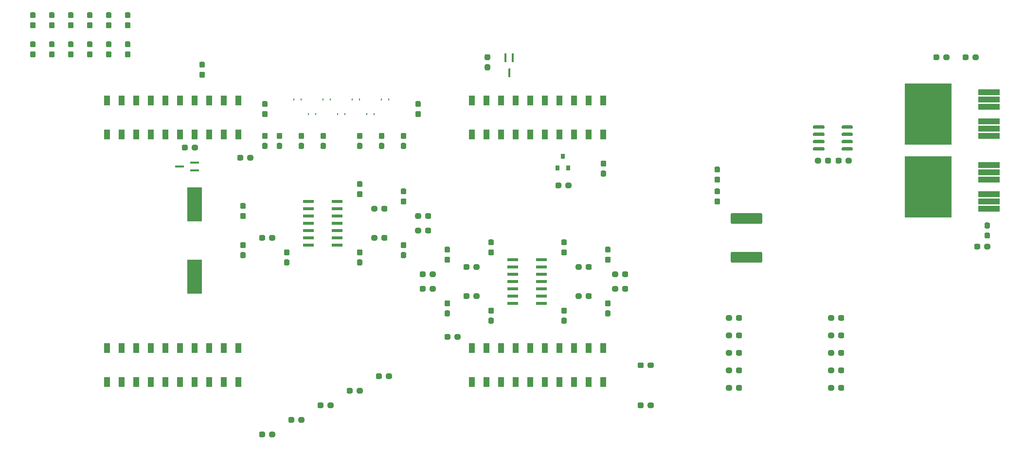
<source format=gbr>
%TF.GenerationSoftware,KiCad,Pcbnew,(5.1.6)-1*%
%TF.CreationDate,2020-11-25T13:54:42-06:00*%
%TF.ProjectId,BMS_2021_Rev1,424d535f-3230-4323-915f-526576312e6b,rev?*%
%TF.SameCoordinates,Original*%
%TF.FileFunction,Paste,Top*%
%TF.FilePolarity,Positive*%
%FSLAX46Y46*%
G04 Gerber Fmt 4.6, Leading zero omitted, Abs format (unit mm)*
G04 Created by KiCad (PCBNEW (5.1.6)-1) date 2020-11-25 13:54:42*
%MOMM*%
%LPD*%
G01*
G04 APERTURE LIST*
%ADD10R,0.990600X1.778000*%
%ADD11R,0.254000X0.406400*%
%ADD12R,8.200000X10.700000*%
%ADD13R,3.800000X1.050000*%
%ADD14R,0.800000X0.900000*%
%ADD15R,0.450000X1.500000*%
%ADD16R,1.981200X0.558800*%
%ADD17R,1.500000X0.450000*%
%ADD18R,2.500000X6.000000*%
G04 APERTURE END LIST*
D10*
%TO.C,U1*%
X85598000Y-42113200D03*
X83058000Y-42113200D03*
X80518000Y-42113200D03*
X77978000Y-42113200D03*
X75438000Y-42113200D03*
X72898000Y-42113200D03*
X70358000Y-42113200D03*
X67818000Y-42113200D03*
X65278000Y-42113200D03*
X62738000Y-42113200D03*
X85598000Y-48006000D03*
X83058000Y-48006000D03*
X80518000Y-48006000D03*
X77978000Y-48006000D03*
X75438000Y-48006000D03*
X72898000Y-48006000D03*
X70358000Y-48006000D03*
X67818000Y-48006000D03*
X65278000Y-48006000D03*
X62738000Y-48006000D03*
X85598000Y-91186000D03*
X83058000Y-91186000D03*
X80518000Y-91186000D03*
X77978000Y-91186000D03*
X75438000Y-91186000D03*
X72898000Y-91186000D03*
X70358000Y-91186000D03*
X67818000Y-91186000D03*
X65278000Y-91186000D03*
X62738000Y-91186000D03*
X85598000Y-85293200D03*
X83058000Y-85293200D03*
X80518000Y-85293200D03*
X77978000Y-85293200D03*
X75438000Y-85293200D03*
X72898000Y-85293200D03*
X70358000Y-85293200D03*
X67818000Y-85293200D03*
X65278000Y-85293200D03*
X62738000Y-85293200D03*
X131318000Y-42113200D03*
X128778000Y-42113200D03*
X126238000Y-42113200D03*
X149098000Y-48006000D03*
X146558000Y-48006000D03*
X144018000Y-48006000D03*
X141478000Y-48006000D03*
X138938000Y-48006000D03*
X136398000Y-48006000D03*
X133858000Y-48006000D03*
X131318000Y-48006000D03*
X128778000Y-48006000D03*
X126238000Y-48006000D03*
X149098000Y-91186000D03*
X144018000Y-91186000D03*
X138938000Y-91186000D03*
X136398000Y-91186000D03*
X133858000Y-91186000D03*
X131318000Y-91186000D03*
X128778000Y-91186000D03*
X149098000Y-85293200D03*
X144018000Y-85293200D03*
X133858000Y-85293200D03*
X131318000Y-85293200D03*
X128778000Y-85293200D03*
X126238000Y-85293200D03*
X138938000Y-85293200D03*
X141478000Y-85293200D03*
X146558000Y-91186000D03*
X133858000Y-42113200D03*
X136398000Y-42113200D03*
X146558000Y-85293200D03*
X141478000Y-91186000D03*
X144018000Y-42113200D03*
X141478000Y-42113200D03*
X136398000Y-85293200D03*
X138938000Y-42113200D03*
X146558000Y-42113200D03*
X149098000Y-42113200D03*
X126238000Y-91186000D03*
%TD*%
D11*
%TO.C,D4*%
X96443800Y-41910000D03*
X95250000Y-41910000D03*
%TD*%
%TO.C,R20*%
G36*
G01*
X144255000Y-71357500D02*
X144255000Y-70882500D01*
G75*
G02*
X144492500Y-70645000I237500J0D01*
G01*
X145067500Y-70645000D01*
G75*
G02*
X145305000Y-70882500I0J-237500D01*
G01*
X145305000Y-71357500D01*
G75*
G02*
X145067500Y-71595000I-237500J0D01*
G01*
X144492500Y-71595000D01*
G75*
G02*
X144255000Y-71357500I0J237500D01*
G01*
G37*
G36*
G01*
X146005000Y-71357500D02*
X146005000Y-70882500D01*
G75*
G02*
X146242500Y-70645000I237500J0D01*
G01*
X146817500Y-70645000D01*
G75*
G02*
X147055000Y-70882500I0J-237500D01*
G01*
X147055000Y-71357500D01*
G75*
G02*
X146817500Y-71595000I-237500J0D01*
G01*
X146242500Y-71595000D01*
G75*
G02*
X146005000Y-71357500I0J237500D01*
G01*
G37*
%TD*%
%TO.C,D11*%
X110490000Y-41910000D03*
X111683800Y-41910000D03*
%TD*%
%TO.C,D12*%
X109143800Y-44450000D03*
X107950000Y-44450000D03*
%TD*%
D12*
%TO.C,Q3*%
X205604000Y-44450000D03*
D13*
X216204000Y-40640000D03*
X216204000Y-41910000D03*
X216204000Y-43180000D03*
X216204000Y-45720000D03*
X216204000Y-46990000D03*
X216204000Y-48260000D03*
%TD*%
D12*
%TO.C,Q2*%
X205604000Y-57150000D03*
D13*
X216204000Y-53340000D03*
X216204000Y-54610000D03*
X216204000Y-55880000D03*
X216204000Y-58420000D03*
X216204000Y-59690000D03*
X216204000Y-60960000D03*
%TD*%
D14*
%TO.C,Q4*%
X142052000Y-51848000D03*
X143002000Y-53848000D03*
X141102000Y-53848000D03*
%TD*%
D15*
%TO.C,Q1*%
X132700000Y-37267500D03*
X132050000Y-34607500D03*
X133350000Y-34607500D03*
%TD*%
%TO.C,U7*%
G36*
G01*
X190541000Y-46886000D02*
X190541000Y-46586000D01*
G75*
G02*
X190691000Y-46436000I150000J0D01*
G01*
X192341000Y-46436000D01*
G75*
G02*
X192491000Y-46586000I0J-150000D01*
G01*
X192491000Y-46886000D01*
G75*
G02*
X192341000Y-47036000I-150000J0D01*
G01*
X190691000Y-47036000D01*
G75*
G02*
X190541000Y-46886000I0J150000D01*
G01*
G37*
G36*
G01*
X190541000Y-48156000D02*
X190541000Y-47856000D01*
G75*
G02*
X190691000Y-47706000I150000J0D01*
G01*
X192341000Y-47706000D01*
G75*
G02*
X192491000Y-47856000I0J-150000D01*
G01*
X192491000Y-48156000D01*
G75*
G02*
X192341000Y-48306000I-150000J0D01*
G01*
X190691000Y-48306000D01*
G75*
G02*
X190541000Y-48156000I0J150000D01*
G01*
G37*
G36*
G01*
X190541000Y-49426000D02*
X190541000Y-49126000D01*
G75*
G02*
X190691000Y-48976000I150000J0D01*
G01*
X192341000Y-48976000D01*
G75*
G02*
X192491000Y-49126000I0J-150000D01*
G01*
X192491000Y-49426000D01*
G75*
G02*
X192341000Y-49576000I-150000J0D01*
G01*
X190691000Y-49576000D01*
G75*
G02*
X190541000Y-49426000I0J150000D01*
G01*
G37*
G36*
G01*
X190541000Y-50696000D02*
X190541000Y-50396000D01*
G75*
G02*
X190691000Y-50246000I150000J0D01*
G01*
X192341000Y-50246000D01*
G75*
G02*
X192491000Y-50396000I0J-150000D01*
G01*
X192491000Y-50696000D01*
G75*
G02*
X192341000Y-50846000I-150000J0D01*
G01*
X190691000Y-50846000D01*
G75*
G02*
X190541000Y-50696000I0J150000D01*
G01*
G37*
G36*
G01*
X185591000Y-50696000D02*
X185591000Y-50396000D01*
G75*
G02*
X185741000Y-50246000I150000J0D01*
G01*
X187391000Y-50246000D01*
G75*
G02*
X187541000Y-50396000I0J-150000D01*
G01*
X187541000Y-50696000D01*
G75*
G02*
X187391000Y-50846000I-150000J0D01*
G01*
X185741000Y-50846000D01*
G75*
G02*
X185591000Y-50696000I0J150000D01*
G01*
G37*
G36*
G01*
X185591000Y-49426000D02*
X185591000Y-49126000D01*
G75*
G02*
X185741000Y-48976000I150000J0D01*
G01*
X187391000Y-48976000D01*
G75*
G02*
X187541000Y-49126000I0J-150000D01*
G01*
X187541000Y-49426000D01*
G75*
G02*
X187391000Y-49576000I-150000J0D01*
G01*
X185741000Y-49576000D01*
G75*
G02*
X185591000Y-49426000I0J150000D01*
G01*
G37*
G36*
G01*
X185591000Y-48156000D02*
X185591000Y-47856000D01*
G75*
G02*
X185741000Y-47706000I150000J0D01*
G01*
X187391000Y-47706000D01*
G75*
G02*
X187541000Y-47856000I0J-150000D01*
G01*
X187541000Y-48156000D01*
G75*
G02*
X187391000Y-48306000I-150000J0D01*
G01*
X185741000Y-48306000D01*
G75*
G02*
X185591000Y-48156000I0J150000D01*
G01*
G37*
G36*
G01*
X185591000Y-46886000D02*
X185591000Y-46586000D01*
G75*
G02*
X185741000Y-46436000I150000J0D01*
G01*
X187391000Y-46436000D01*
G75*
G02*
X187541000Y-46586000I0J-150000D01*
G01*
X187541000Y-46886000D01*
G75*
G02*
X187391000Y-47036000I-150000J0D01*
G01*
X185741000Y-47036000D01*
G75*
G02*
X185591000Y-46886000I0J150000D01*
G01*
G37*
%TD*%
D16*
%TO.C,U4*%
X138277600Y-69850000D03*
X138277600Y-71120000D03*
X138277600Y-72390000D03*
X138277600Y-73660000D03*
X138277600Y-74930000D03*
X138277600Y-76200000D03*
X138277600Y-77470000D03*
X133350000Y-77470000D03*
X133350000Y-76200000D03*
X133350000Y-74930000D03*
X133350000Y-73660000D03*
X133350000Y-72390000D03*
X133350000Y-71120000D03*
X133350000Y-69850000D03*
%TD*%
%TO.C,U3*%
X97790000Y-59690000D03*
X97790000Y-60960000D03*
X97790000Y-62230000D03*
X97790000Y-63500000D03*
X97790000Y-64770000D03*
X97790000Y-66040000D03*
X97790000Y-67310000D03*
X102717600Y-67310000D03*
X102717600Y-66040000D03*
X102717600Y-64770000D03*
X102717600Y-63500000D03*
X102717600Y-62230000D03*
X102717600Y-60960000D03*
X102717600Y-59690000D03*
%TD*%
%TO.C,R53*%
G36*
G01*
X66531500Y-27731000D02*
X66056500Y-27731000D01*
G75*
G02*
X65819000Y-27493500I0J237500D01*
G01*
X65819000Y-26918500D01*
G75*
G02*
X66056500Y-26681000I237500J0D01*
G01*
X66531500Y-26681000D01*
G75*
G02*
X66769000Y-26918500I0J-237500D01*
G01*
X66769000Y-27493500D01*
G75*
G02*
X66531500Y-27731000I-237500J0D01*
G01*
G37*
G36*
G01*
X66531500Y-29481000D02*
X66056500Y-29481000D01*
G75*
G02*
X65819000Y-29243500I0J237500D01*
G01*
X65819000Y-28668500D01*
G75*
G02*
X66056500Y-28431000I237500J0D01*
G01*
X66531500Y-28431000D01*
G75*
G02*
X66769000Y-28668500I0J-237500D01*
G01*
X66769000Y-29243500D01*
G75*
G02*
X66531500Y-29481000I-237500J0D01*
G01*
G37*
%TD*%
%TO.C,R52*%
G36*
G01*
X63229500Y-27731000D02*
X62754500Y-27731000D01*
G75*
G02*
X62517000Y-27493500I0J237500D01*
G01*
X62517000Y-26918500D01*
G75*
G02*
X62754500Y-26681000I237500J0D01*
G01*
X63229500Y-26681000D01*
G75*
G02*
X63467000Y-26918500I0J-237500D01*
G01*
X63467000Y-27493500D01*
G75*
G02*
X63229500Y-27731000I-237500J0D01*
G01*
G37*
G36*
G01*
X63229500Y-29481000D02*
X62754500Y-29481000D01*
G75*
G02*
X62517000Y-29243500I0J237500D01*
G01*
X62517000Y-28668500D01*
G75*
G02*
X62754500Y-28431000I237500J0D01*
G01*
X63229500Y-28431000D01*
G75*
G02*
X63467000Y-28668500I0J-237500D01*
G01*
X63467000Y-29243500D01*
G75*
G02*
X63229500Y-29481000I-237500J0D01*
G01*
G37*
%TD*%
%TO.C,R51*%
G36*
G01*
X59927500Y-27731000D02*
X59452500Y-27731000D01*
G75*
G02*
X59215000Y-27493500I0J237500D01*
G01*
X59215000Y-26918500D01*
G75*
G02*
X59452500Y-26681000I237500J0D01*
G01*
X59927500Y-26681000D01*
G75*
G02*
X60165000Y-26918500I0J-237500D01*
G01*
X60165000Y-27493500D01*
G75*
G02*
X59927500Y-27731000I-237500J0D01*
G01*
G37*
G36*
G01*
X59927500Y-29481000D02*
X59452500Y-29481000D01*
G75*
G02*
X59215000Y-29243500I0J237500D01*
G01*
X59215000Y-28668500D01*
G75*
G02*
X59452500Y-28431000I237500J0D01*
G01*
X59927500Y-28431000D01*
G75*
G02*
X60165000Y-28668500I0J-237500D01*
G01*
X60165000Y-29243500D01*
G75*
G02*
X59927500Y-29481000I-237500J0D01*
G01*
G37*
%TD*%
%TO.C,R50*%
G36*
G01*
X56625500Y-27731000D02*
X56150500Y-27731000D01*
G75*
G02*
X55913000Y-27493500I0J237500D01*
G01*
X55913000Y-26918500D01*
G75*
G02*
X56150500Y-26681000I237500J0D01*
G01*
X56625500Y-26681000D01*
G75*
G02*
X56863000Y-26918500I0J-237500D01*
G01*
X56863000Y-27493500D01*
G75*
G02*
X56625500Y-27731000I-237500J0D01*
G01*
G37*
G36*
G01*
X56625500Y-29481000D02*
X56150500Y-29481000D01*
G75*
G02*
X55913000Y-29243500I0J237500D01*
G01*
X55913000Y-28668500D01*
G75*
G02*
X56150500Y-28431000I237500J0D01*
G01*
X56625500Y-28431000D01*
G75*
G02*
X56863000Y-28668500I0J-237500D01*
G01*
X56863000Y-29243500D01*
G75*
G02*
X56625500Y-29481000I-237500J0D01*
G01*
G37*
%TD*%
%TO.C,R49*%
G36*
G01*
X53323500Y-27731000D02*
X52848500Y-27731000D01*
G75*
G02*
X52611000Y-27493500I0J237500D01*
G01*
X52611000Y-26918500D01*
G75*
G02*
X52848500Y-26681000I237500J0D01*
G01*
X53323500Y-26681000D01*
G75*
G02*
X53561000Y-26918500I0J-237500D01*
G01*
X53561000Y-27493500D01*
G75*
G02*
X53323500Y-27731000I-237500J0D01*
G01*
G37*
G36*
G01*
X53323500Y-29481000D02*
X52848500Y-29481000D01*
G75*
G02*
X52611000Y-29243500I0J237500D01*
G01*
X52611000Y-28668500D01*
G75*
G02*
X52848500Y-28431000I237500J0D01*
G01*
X53323500Y-28431000D01*
G75*
G02*
X53561000Y-28668500I0J-237500D01*
G01*
X53561000Y-29243500D01*
G75*
G02*
X53323500Y-29481000I-237500J0D01*
G01*
G37*
%TD*%
%TO.C,R48*%
G36*
G01*
X50021500Y-29481000D02*
X49546500Y-29481000D01*
G75*
G02*
X49309000Y-29243500I0J237500D01*
G01*
X49309000Y-28668500D01*
G75*
G02*
X49546500Y-28431000I237500J0D01*
G01*
X50021500Y-28431000D01*
G75*
G02*
X50259000Y-28668500I0J-237500D01*
G01*
X50259000Y-29243500D01*
G75*
G02*
X50021500Y-29481000I-237500J0D01*
G01*
G37*
G36*
G01*
X50021500Y-27731000D02*
X49546500Y-27731000D01*
G75*
G02*
X49309000Y-27493500I0J237500D01*
G01*
X49309000Y-26918500D01*
G75*
G02*
X49546500Y-26681000I237500J0D01*
G01*
X50021500Y-26681000D01*
G75*
G02*
X50259000Y-26918500I0J-237500D01*
G01*
X50259000Y-27493500D01*
G75*
G02*
X50021500Y-27731000I-237500J0D01*
G01*
G37*
%TD*%
%TO.C,R47*%
G36*
G01*
X76753000Y-50054500D02*
X76753000Y-50529500D01*
G75*
G02*
X76515500Y-50767000I-237500J0D01*
G01*
X75940500Y-50767000D01*
G75*
G02*
X75703000Y-50529500I0J237500D01*
G01*
X75703000Y-50054500D01*
G75*
G02*
X75940500Y-49817000I237500J0D01*
G01*
X76515500Y-49817000D01*
G75*
G02*
X76753000Y-50054500I0J-237500D01*
G01*
G37*
G36*
G01*
X78503000Y-50054500D02*
X78503000Y-50529500D01*
G75*
G02*
X78265500Y-50767000I-237500J0D01*
G01*
X77690500Y-50767000D01*
G75*
G02*
X77453000Y-50529500I0J237500D01*
G01*
X77453000Y-50054500D01*
G75*
G02*
X77690500Y-49817000I237500J0D01*
G01*
X78265500Y-49817000D01*
G75*
G02*
X78503000Y-50054500I0J-237500D01*
G01*
G37*
%TD*%
%TO.C,R46*%
G36*
G01*
X169147500Y-54655000D02*
X168672500Y-54655000D01*
G75*
G02*
X168435000Y-54417500I0J237500D01*
G01*
X168435000Y-53842500D01*
G75*
G02*
X168672500Y-53605000I237500J0D01*
G01*
X169147500Y-53605000D01*
G75*
G02*
X169385000Y-53842500I0J-237500D01*
G01*
X169385000Y-54417500D01*
G75*
G02*
X169147500Y-54655000I-237500J0D01*
G01*
G37*
G36*
G01*
X169147500Y-56405000D02*
X168672500Y-56405000D01*
G75*
G02*
X168435000Y-56167500I0J237500D01*
G01*
X168435000Y-55592500D01*
G75*
G02*
X168672500Y-55355000I237500J0D01*
G01*
X169147500Y-55355000D01*
G75*
G02*
X169385000Y-55592500I0J-237500D01*
G01*
X169385000Y-56167500D01*
G75*
G02*
X169147500Y-56405000I-237500J0D01*
G01*
G37*
%TD*%
%TO.C,R45*%
G36*
G01*
X169147500Y-58465000D02*
X168672500Y-58465000D01*
G75*
G02*
X168435000Y-58227500I0J237500D01*
G01*
X168435000Y-57652500D01*
G75*
G02*
X168672500Y-57415000I237500J0D01*
G01*
X169147500Y-57415000D01*
G75*
G02*
X169385000Y-57652500I0J-237500D01*
G01*
X169385000Y-58227500D01*
G75*
G02*
X169147500Y-58465000I-237500J0D01*
G01*
G37*
G36*
G01*
X169147500Y-60215000D02*
X168672500Y-60215000D01*
G75*
G02*
X168435000Y-59977500I0J237500D01*
G01*
X168435000Y-59402500D01*
G75*
G02*
X168672500Y-59165000I237500J0D01*
G01*
X169147500Y-59165000D01*
G75*
G02*
X169385000Y-59402500I0J-237500D01*
G01*
X169385000Y-59977500D01*
G75*
G02*
X169147500Y-60215000I-237500J0D01*
G01*
G37*
%TD*%
%TO.C,R44*%
G36*
G01*
X142477000Y-57133500D02*
X142477000Y-56658500D01*
G75*
G02*
X142714500Y-56421000I237500J0D01*
G01*
X143289500Y-56421000D01*
G75*
G02*
X143527000Y-56658500I0J-237500D01*
G01*
X143527000Y-57133500D01*
G75*
G02*
X143289500Y-57371000I-237500J0D01*
G01*
X142714500Y-57371000D01*
G75*
G02*
X142477000Y-57133500I0J237500D01*
G01*
G37*
G36*
G01*
X140727000Y-57133500D02*
X140727000Y-56658500D01*
G75*
G02*
X140964500Y-56421000I237500J0D01*
G01*
X141539500Y-56421000D01*
G75*
G02*
X141777000Y-56658500I0J-237500D01*
G01*
X141777000Y-57133500D01*
G75*
G02*
X141539500Y-57371000I-237500J0D01*
G01*
X140964500Y-57371000D01*
G75*
G02*
X140727000Y-57133500I0J237500D01*
G01*
G37*
%TD*%
%TO.C,R41*%
G36*
G01*
X209313000Y-34306500D02*
X209313000Y-34781500D01*
G75*
G02*
X209075500Y-35019000I-237500J0D01*
G01*
X208500500Y-35019000D01*
G75*
G02*
X208263000Y-34781500I0J237500D01*
G01*
X208263000Y-34306500D01*
G75*
G02*
X208500500Y-34069000I237500J0D01*
G01*
X209075500Y-34069000D01*
G75*
G02*
X209313000Y-34306500I0J-237500D01*
G01*
G37*
G36*
G01*
X207563000Y-34306500D02*
X207563000Y-34781500D01*
G75*
G02*
X207325500Y-35019000I-237500J0D01*
G01*
X206750500Y-35019000D01*
G75*
G02*
X206513000Y-34781500I0J237500D01*
G01*
X206513000Y-34306500D01*
G75*
G02*
X206750500Y-34069000I237500J0D01*
G01*
X207325500Y-34069000D01*
G75*
G02*
X207563000Y-34306500I0J-237500D01*
G01*
G37*
%TD*%
%TO.C,R40*%
G36*
G01*
X212643000Y-34306500D02*
X212643000Y-34781500D01*
G75*
G02*
X212405500Y-35019000I-237500J0D01*
G01*
X211830500Y-35019000D01*
G75*
G02*
X211593000Y-34781500I0J237500D01*
G01*
X211593000Y-34306500D01*
G75*
G02*
X211830500Y-34069000I237500J0D01*
G01*
X212405500Y-34069000D01*
G75*
G02*
X212643000Y-34306500I0J-237500D01*
G01*
G37*
G36*
G01*
X214393000Y-34306500D02*
X214393000Y-34781500D01*
G75*
G02*
X214155500Y-35019000I-237500J0D01*
G01*
X213580500Y-35019000D01*
G75*
G02*
X213343000Y-34781500I0J237500D01*
G01*
X213343000Y-34306500D01*
G75*
G02*
X213580500Y-34069000I237500J0D01*
G01*
X214155500Y-34069000D01*
G75*
G02*
X214393000Y-34306500I0J-237500D01*
G01*
G37*
%TD*%
%TO.C,R39*%
G36*
G01*
X214675000Y-67326500D02*
X214675000Y-67801500D01*
G75*
G02*
X214437500Y-68039000I-237500J0D01*
G01*
X213862500Y-68039000D01*
G75*
G02*
X213625000Y-67801500I0J237500D01*
G01*
X213625000Y-67326500D01*
G75*
G02*
X213862500Y-67089000I237500J0D01*
G01*
X214437500Y-67089000D01*
G75*
G02*
X214675000Y-67326500I0J-237500D01*
G01*
G37*
G36*
G01*
X216425000Y-67326500D02*
X216425000Y-67801500D01*
G75*
G02*
X216187500Y-68039000I-237500J0D01*
G01*
X215612500Y-68039000D01*
G75*
G02*
X215375000Y-67801500I0J237500D01*
G01*
X215375000Y-67326500D01*
G75*
G02*
X215612500Y-67089000I237500J0D01*
G01*
X216187500Y-67089000D01*
G75*
G02*
X216425000Y-67326500I0J-237500D01*
G01*
G37*
%TD*%
%TO.C,R38*%
G36*
G01*
X215662500Y-63370000D02*
X216137500Y-63370000D01*
G75*
G02*
X216375000Y-63607500I0J-237500D01*
G01*
X216375000Y-64182500D01*
G75*
G02*
X216137500Y-64420000I-237500J0D01*
G01*
X215662500Y-64420000D01*
G75*
G02*
X215425000Y-64182500I0J237500D01*
G01*
X215425000Y-63607500D01*
G75*
G02*
X215662500Y-63370000I237500J0D01*
G01*
G37*
G36*
G01*
X215662500Y-65120000D02*
X216137500Y-65120000D01*
G75*
G02*
X216375000Y-65357500I0J-237500D01*
G01*
X216375000Y-65932500D01*
G75*
G02*
X216137500Y-66170000I-237500J0D01*
G01*
X215662500Y-66170000D01*
G75*
G02*
X215425000Y-65932500I0J237500D01*
G01*
X215425000Y-65357500D01*
G75*
G02*
X215662500Y-65120000I237500J0D01*
G01*
G37*
%TD*%
%TO.C,R37*%
G36*
G01*
X187661000Y-52815500D02*
X187661000Y-52340500D01*
G75*
G02*
X187898500Y-52103000I237500J0D01*
G01*
X188473500Y-52103000D01*
G75*
G02*
X188711000Y-52340500I0J-237500D01*
G01*
X188711000Y-52815500D01*
G75*
G02*
X188473500Y-53053000I-237500J0D01*
G01*
X187898500Y-53053000D01*
G75*
G02*
X187661000Y-52815500I0J237500D01*
G01*
G37*
G36*
G01*
X185911000Y-52815500D02*
X185911000Y-52340500D01*
G75*
G02*
X186148500Y-52103000I237500J0D01*
G01*
X186723500Y-52103000D01*
G75*
G02*
X186961000Y-52340500I0J-237500D01*
G01*
X186961000Y-52815500D01*
G75*
G02*
X186723500Y-53053000I-237500J0D01*
G01*
X186148500Y-53053000D01*
G75*
G02*
X185911000Y-52815500I0J237500D01*
G01*
G37*
%TD*%
%TO.C,R36*%
G36*
G01*
X128667500Y-35769000D02*
X129142500Y-35769000D01*
G75*
G02*
X129380000Y-36006500I0J-237500D01*
G01*
X129380000Y-36581500D01*
G75*
G02*
X129142500Y-36819000I-237500J0D01*
G01*
X128667500Y-36819000D01*
G75*
G02*
X128430000Y-36581500I0J237500D01*
G01*
X128430000Y-36006500D01*
G75*
G02*
X128667500Y-35769000I237500J0D01*
G01*
G37*
G36*
G01*
X128667500Y-34019000D02*
X129142500Y-34019000D01*
G75*
G02*
X129380000Y-34256500I0J-237500D01*
G01*
X129380000Y-34831500D01*
G75*
G02*
X129142500Y-35069000I-237500J0D01*
G01*
X128667500Y-35069000D01*
G75*
G02*
X128430000Y-34831500I0J237500D01*
G01*
X128430000Y-34256500D01*
G75*
G02*
X128667500Y-34019000I237500J0D01*
G01*
G37*
%TD*%
D17*
%TO.C,Q5*%
X75318000Y-53594000D03*
X77978000Y-52944000D03*
X77978000Y-54244000D03*
%TD*%
%TO.C,F1*%
G36*
G01*
X176465001Y-63615000D02*
X171514999Y-63615000D01*
G75*
G02*
X171265000Y-63365001I0J249999D01*
G01*
X171265000Y-61939999D01*
G75*
G02*
X171514999Y-61690000I249999J0D01*
G01*
X176465001Y-61690000D01*
G75*
G02*
X176715000Y-61939999I0J-249999D01*
G01*
X176715000Y-63365001D01*
G75*
G02*
X176465001Y-63615000I-249999J0D01*
G01*
G37*
G36*
G01*
X176465001Y-70390000D02*
X171514999Y-70390000D01*
G75*
G02*
X171265000Y-70140001I0J249999D01*
G01*
X171265000Y-68714999D01*
G75*
G02*
X171514999Y-68465000I249999J0D01*
G01*
X176465001Y-68465000D01*
G75*
G02*
X176715000Y-68714999I0J-249999D01*
G01*
X176715000Y-70140001D01*
G75*
G02*
X176465001Y-70390000I-249999J0D01*
G01*
G37*
%TD*%
%TO.C,D26*%
G36*
G01*
X66056500Y-33511000D02*
X66531500Y-33511000D01*
G75*
G02*
X66769000Y-33748500I0J-237500D01*
G01*
X66769000Y-34323500D01*
G75*
G02*
X66531500Y-34561000I-237500J0D01*
G01*
X66056500Y-34561000D01*
G75*
G02*
X65819000Y-34323500I0J237500D01*
G01*
X65819000Y-33748500D01*
G75*
G02*
X66056500Y-33511000I237500J0D01*
G01*
G37*
G36*
G01*
X66056500Y-31761000D02*
X66531500Y-31761000D01*
G75*
G02*
X66769000Y-31998500I0J-237500D01*
G01*
X66769000Y-32573500D01*
G75*
G02*
X66531500Y-32811000I-237500J0D01*
G01*
X66056500Y-32811000D01*
G75*
G02*
X65819000Y-32573500I0J237500D01*
G01*
X65819000Y-31998500D01*
G75*
G02*
X66056500Y-31761000I237500J0D01*
G01*
G37*
%TD*%
%TO.C,D25*%
G36*
G01*
X62754500Y-33511000D02*
X63229500Y-33511000D01*
G75*
G02*
X63467000Y-33748500I0J-237500D01*
G01*
X63467000Y-34323500D01*
G75*
G02*
X63229500Y-34561000I-237500J0D01*
G01*
X62754500Y-34561000D01*
G75*
G02*
X62517000Y-34323500I0J237500D01*
G01*
X62517000Y-33748500D01*
G75*
G02*
X62754500Y-33511000I237500J0D01*
G01*
G37*
G36*
G01*
X62754500Y-31761000D02*
X63229500Y-31761000D01*
G75*
G02*
X63467000Y-31998500I0J-237500D01*
G01*
X63467000Y-32573500D01*
G75*
G02*
X63229500Y-32811000I-237500J0D01*
G01*
X62754500Y-32811000D01*
G75*
G02*
X62517000Y-32573500I0J237500D01*
G01*
X62517000Y-31998500D01*
G75*
G02*
X62754500Y-31761000I237500J0D01*
G01*
G37*
%TD*%
%TO.C,D24*%
G36*
G01*
X59452500Y-33511000D02*
X59927500Y-33511000D01*
G75*
G02*
X60165000Y-33748500I0J-237500D01*
G01*
X60165000Y-34323500D01*
G75*
G02*
X59927500Y-34561000I-237500J0D01*
G01*
X59452500Y-34561000D01*
G75*
G02*
X59215000Y-34323500I0J237500D01*
G01*
X59215000Y-33748500D01*
G75*
G02*
X59452500Y-33511000I237500J0D01*
G01*
G37*
G36*
G01*
X59452500Y-31761000D02*
X59927500Y-31761000D01*
G75*
G02*
X60165000Y-31998500I0J-237500D01*
G01*
X60165000Y-32573500D01*
G75*
G02*
X59927500Y-32811000I-237500J0D01*
G01*
X59452500Y-32811000D01*
G75*
G02*
X59215000Y-32573500I0J237500D01*
G01*
X59215000Y-31998500D01*
G75*
G02*
X59452500Y-31761000I237500J0D01*
G01*
G37*
%TD*%
%TO.C,D23*%
G36*
G01*
X56150500Y-33511000D02*
X56625500Y-33511000D01*
G75*
G02*
X56863000Y-33748500I0J-237500D01*
G01*
X56863000Y-34323500D01*
G75*
G02*
X56625500Y-34561000I-237500J0D01*
G01*
X56150500Y-34561000D01*
G75*
G02*
X55913000Y-34323500I0J237500D01*
G01*
X55913000Y-33748500D01*
G75*
G02*
X56150500Y-33511000I237500J0D01*
G01*
G37*
G36*
G01*
X56150500Y-31761000D02*
X56625500Y-31761000D01*
G75*
G02*
X56863000Y-31998500I0J-237500D01*
G01*
X56863000Y-32573500D01*
G75*
G02*
X56625500Y-32811000I-237500J0D01*
G01*
X56150500Y-32811000D01*
G75*
G02*
X55913000Y-32573500I0J237500D01*
G01*
X55913000Y-31998500D01*
G75*
G02*
X56150500Y-31761000I237500J0D01*
G01*
G37*
%TD*%
%TO.C,D22*%
G36*
G01*
X52848500Y-33511000D02*
X53323500Y-33511000D01*
G75*
G02*
X53561000Y-33748500I0J-237500D01*
G01*
X53561000Y-34323500D01*
G75*
G02*
X53323500Y-34561000I-237500J0D01*
G01*
X52848500Y-34561000D01*
G75*
G02*
X52611000Y-34323500I0J237500D01*
G01*
X52611000Y-33748500D01*
G75*
G02*
X52848500Y-33511000I237500J0D01*
G01*
G37*
G36*
G01*
X52848500Y-31761000D02*
X53323500Y-31761000D01*
G75*
G02*
X53561000Y-31998500I0J-237500D01*
G01*
X53561000Y-32573500D01*
G75*
G02*
X53323500Y-32811000I-237500J0D01*
G01*
X52848500Y-32811000D01*
G75*
G02*
X52611000Y-32573500I0J237500D01*
G01*
X52611000Y-31998500D01*
G75*
G02*
X52848500Y-31761000I237500J0D01*
G01*
G37*
%TD*%
%TO.C,D21*%
G36*
G01*
X49546500Y-31761000D02*
X50021500Y-31761000D01*
G75*
G02*
X50259000Y-31998500I0J-237500D01*
G01*
X50259000Y-32573500D01*
G75*
G02*
X50021500Y-32811000I-237500J0D01*
G01*
X49546500Y-32811000D01*
G75*
G02*
X49309000Y-32573500I0J237500D01*
G01*
X49309000Y-31998500D01*
G75*
G02*
X49546500Y-31761000I237500J0D01*
G01*
G37*
G36*
G01*
X49546500Y-33511000D02*
X50021500Y-33511000D01*
G75*
G02*
X50259000Y-33748500I0J-237500D01*
G01*
X50259000Y-34323500D01*
G75*
G02*
X50021500Y-34561000I-237500J0D01*
G01*
X49546500Y-34561000D01*
G75*
G02*
X49309000Y-34323500I0J237500D01*
G01*
X49309000Y-33748500D01*
G75*
G02*
X49546500Y-33511000I237500J0D01*
G01*
G37*
%TD*%
%TO.C,D20*%
G36*
G01*
X148860500Y-54311000D02*
X149335500Y-54311000D01*
G75*
G02*
X149573000Y-54548500I0J-237500D01*
G01*
X149573000Y-55123500D01*
G75*
G02*
X149335500Y-55361000I-237500J0D01*
G01*
X148860500Y-55361000D01*
G75*
G02*
X148623000Y-55123500I0J237500D01*
G01*
X148623000Y-54548500D01*
G75*
G02*
X148860500Y-54311000I237500J0D01*
G01*
G37*
G36*
G01*
X148860500Y-52561000D02*
X149335500Y-52561000D01*
G75*
G02*
X149573000Y-52798500I0J-237500D01*
G01*
X149573000Y-53373500D01*
G75*
G02*
X149335500Y-53611000I-237500J0D01*
G01*
X148860500Y-53611000D01*
G75*
G02*
X148623000Y-53373500I0J237500D01*
G01*
X148623000Y-52798500D01*
G75*
G02*
X148860500Y-52561000I237500J0D01*
G01*
G37*
%TD*%
%TO.C,D18*%
G36*
G01*
X79485500Y-38117000D02*
X79010500Y-38117000D01*
G75*
G02*
X78773000Y-37879500I0J237500D01*
G01*
X78773000Y-37304500D01*
G75*
G02*
X79010500Y-37067000I237500J0D01*
G01*
X79485500Y-37067000D01*
G75*
G02*
X79723000Y-37304500I0J-237500D01*
G01*
X79723000Y-37879500D01*
G75*
G02*
X79485500Y-38117000I-237500J0D01*
G01*
G37*
G36*
G01*
X79485500Y-36367000D02*
X79010500Y-36367000D01*
G75*
G02*
X78773000Y-36129500I0J237500D01*
G01*
X78773000Y-35554500D01*
G75*
G02*
X79010500Y-35317000I237500J0D01*
G01*
X79485500Y-35317000D01*
G75*
G02*
X79723000Y-35554500I0J-237500D01*
G01*
X79723000Y-36129500D01*
G75*
G02*
X79485500Y-36367000I-237500J0D01*
G01*
G37*
%TD*%
%TO.C,D17*%
G36*
G01*
X190545000Y-52340500D02*
X190545000Y-52815500D01*
G75*
G02*
X190307500Y-53053000I-237500J0D01*
G01*
X189732500Y-53053000D01*
G75*
G02*
X189495000Y-52815500I0J237500D01*
G01*
X189495000Y-52340500D01*
G75*
G02*
X189732500Y-52103000I237500J0D01*
G01*
X190307500Y-52103000D01*
G75*
G02*
X190545000Y-52340500I0J-237500D01*
G01*
G37*
G36*
G01*
X192295000Y-52340500D02*
X192295000Y-52815500D01*
G75*
G02*
X192057500Y-53053000I-237500J0D01*
G01*
X191482500Y-53053000D01*
G75*
G02*
X191245000Y-52815500I0J237500D01*
G01*
X191245000Y-52340500D01*
G75*
G02*
X191482500Y-52103000I237500J0D01*
G01*
X192057500Y-52103000D01*
G75*
G02*
X192295000Y-52340500I0J-237500D01*
G01*
G37*
%TD*%
D18*
%TO.C,B1*%
X77978000Y-60198000D03*
X77978000Y-72798000D03*
%TD*%
%TO.C,C10*%
G36*
G01*
X170417000Y-80247500D02*
X170417000Y-79772500D01*
G75*
G02*
X170654500Y-79535000I237500J0D01*
G01*
X171229500Y-79535000D01*
G75*
G02*
X171467000Y-79772500I0J-237500D01*
G01*
X171467000Y-80247500D01*
G75*
G02*
X171229500Y-80485000I-237500J0D01*
G01*
X170654500Y-80485000D01*
G75*
G02*
X170417000Y-80247500I0J237500D01*
G01*
G37*
G36*
G01*
X172167000Y-80247500D02*
X172167000Y-79772500D01*
G75*
G02*
X172404500Y-79535000I237500J0D01*
G01*
X172979500Y-79535000D01*
G75*
G02*
X173217000Y-79772500I0J-237500D01*
G01*
X173217000Y-80247500D01*
G75*
G02*
X172979500Y-80485000I-237500J0D01*
G01*
X172404500Y-80485000D01*
G75*
G02*
X172167000Y-80247500I0J237500D01*
G01*
G37*
%TD*%
%TO.C,C12*%
G36*
G01*
X172167000Y-83295500D02*
X172167000Y-82820500D01*
G75*
G02*
X172404500Y-82583000I237500J0D01*
G01*
X172979500Y-82583000D01*
G75*
G02*
X173217000Y-82820500I0J-237500D01*
G01*
X173217000Y-83295500D01*
G75*
G02*
X172979500Y-83533000I-237500J0D01*
G01*
X172404500Y-83533000D01*
G75*
G02*
X172167000Y-83295500I0J237500D01*
G01*
G37*
G36*
G01*
X170417000Y-83295500D02*
X170417000Y-82820500D01*
G75*
G02*
X170654500Y-82583000I237500J0D01*
G01*
X171229500Y-82583000D01*
G75*
G02*
X171467000Y-82820500I0J-237500D01*
G01*
X171467000Y-83295500D01*
G75*
G02*
X171229500Y-83533000I-237500J0D01*
G01*
X170654500Y-83533000D01*
G75*
G02*
X170417000Y-83295500I0J237500D01*
G01*
G37*
%TD*%
%TO.C,C13*%
G36*
G01*
X170417000Y-86343500D02*
X170417000Y-85868500D01*
G75*
G02*
X170654500Y-85631000I237500J0D01*
G01*
X171229500Y-85631000D01*
G75*
G02*
X171467000Y-85868500I0J-237500D01*
G01*
X171467000Y-86343500D01*
G75*
G02*
X171229500Y-86581000I-237500J0D01*
G01*
X170654500Y-86581000D01*
G75*
G02*
X170417000Y-86343500I0J237500D01*
G01*
G37*
G36*
G01*
X172167000Y-86343500D02*
X172167000Y-85868500D01*
G75*
G02*
X172404500Y-85631000I237500J0D01*
G01*
X172979500Y-85631000D01*
G75*
G02*
X173217000Y-85868500I0J-237500D01*
G01*
X173217000Y-86343500D01*
G75*
G02*
X172979500Y-86581000I-237500J0D01*
G01*
X172404500Y-86581000D01*
G75*
G02*
X172167000Y-86343500I0J237500D01*
G01*
G37*
%TD*%
%TO.C,C14*%
G36*
G01*
X172167000Y-89391500D02*
X172167000Y-88916500D01*
G75*
G02*
X172404500Y-88679000I237500J0D01*
G01*
X172979500Y-88679000D01*
G75*
G02*
X173217000Y-88916500I0J-237500D01*
G01*
X173217000Y-89391500D01*
G75*
G02*
X172979500Y-89629000I-237500J0D01*
G01*
X172404500Y-89629000D01*
G75*
G02*
X172167000Y-89391500I0J237500D01*
G01*
G37*
G36*
G01*
X170417000Y-89391500D02*
X170417000Y-88916500D01*
G75*
G02*
X170654500Y-88679000I237500J0D01*
G01*
X171229500Y-88679000D01*
G75*
G02*
X171467000Y-88916500I0J-237500D01*
G01*
X171467000Y-89391500D01*
G75*
G02*
X171229500Y-89629000I-237500J0D01*
G01*
X170654500Y-89629000D01*
G75*
G02*
X170417000Y-89391500I0J237500D01*
G01*
G37*
%TD*%
%TO.C,C15*%
G36*
G01*
X170417000Y-92439500D02*
X170417000Y-91964500D01*
G75*
G02*
X170654500Y-91727000I237500J0D01*
G01*
X171229500Y-91727000D01*
G75*
G02*
X171467000Y-91964500I0J-237500D01*
G01*
X171467000Y-92439500D01*
G75*
G02*
X171229500Y-92677000I-237500J0D01*
G01*
X170654500Y-92677000D01*
G75*
G02*
X170417000Y-92439500I0J237500D01*
G01*
G37*
G36*
G01*
X172167000Y-92439500D02*
X172167000Y-91964500D01*
G75*
G02*
X172404500Y-91727000I237500J0D01*
G01*
X172979500Y-91727000D01*
G75*
G02*
X173217000Y-91964500I0J-237500D01*
G01*
X173217000Y-92439500D01*
G75*
G02*
X172979500Y-92677000I-237500J0D01*
G01*
X172404500Y-92677000D01*
G75*
G02*
X172167000Y-92439500I0J237500D01*
G01*
G37*
%TD*%
%TO.C,C17*%
G36*
G01*
X188197000Y-80247500D02*
X188197000Y-79772500D01*
G75*
G02*
X188434500Y-79535000I237500J0D01*
G01*
X189009500Y-79535000D01*
G75*
G02*
X189247000Y-79772500I0J-237500D01*
G01*
X189247000Y-80247500D01*
G75*
G02*
X189009500Y-80485000I-237500J0D01*
G01*
X188434500Y-80485000D01*
G75*
G02*
X188197000Y-80247500I0J237500D01*
G01*
G37*
G36*
G01*
X189947000Y-80247500D02*
X189947000Y-79772500D01*
G75*
G02*
X190184500Y-79535000I237500J0D01*
G01*
X190759500Y-79535000D01*
G75*
G02*
X190997000Y-79772500I0J-237500D01*
G01*
X190997000Y-80247500D01*
G75*
G02*
X190759500Y-80485000I-237500J0D01*
G01*
X190184500Y-80485000D01*
G75*
G02*
X189947000Y-80247500I0J237500D01*
G01*
G37*
%TD*%
%TO.C,C18*%
G36*
G01*
X189947000Y-83295500D02*
X189947000Y-82820500D01*
G75*
G02*
X190184500Y-82583000I237500J0D01*
G01*
X190759500Y-82583000D01*
G75*
G02*
X190997000Y-82820500I0J-237500D01*
G01*
X190997000Y-83295500D01*
G75*
G02*
X190759500Y-83533000I-237500J0D01*
G01*
X190184500Y-83533000D01*
G75*
G02*
X189947000Y-83295500I0J237500D01*
G01*
G37*
G36*
G01*
X188197000Y-83295500D02*
X188197000Y-82820500D01*
G75*
G02*
X188434500Y-82583000I237500J0D01*
G01*
X189009500Y-82583000D01*
G75*
G02*
X189247000Y-82820500I0J-237500D01*
G01*
X189247000Y-83295500D01*
G75*
G02*
X189009500Y-83533000I-237500J0D01*
G01*
X188434500Y-83533000D01*
G75*
G02*
X188197000Y-83295500I0J237500D01*
G01*
G37*
%TD*%
%TO.C,C19*%
G36*
G01*
X188197000Y-86343500D02*
X188197000Y-85868500D01*
G75*
G02*
X188434500Y-85631000I237500J0D01*
G01*
X189009500Y-85631000D01*
G75*
G02*
X189247000Y-85868500I0J-237500D01*
G01*
X189247000Y-86343500D01*
G75*
G02*
X189009500Y-86581000I-237500J0D01*
G01*
X188434500Y-86581000D01*
G75*
G02*
X188197000Y-86343500I0J237500D01*
G01*
G37*
G36*
G01*
X189947000Y-86343500D02*
X189947000Y-85868500D01*
G75*
G02*
X190184500Y-85631000I237500J0D01*
G01*
X190759500Y-85631000D01*
G75*
G02*
X190997000Y-85868500I0J-237500D01*
G01*
X190997000Y-86343500D01*
G75*
G02*
X190759500Y-86581000I-237500J0D01*
G01*
X190184500Y-86581000D01*
G75*
G02*
X189947000Y-86343500I0J237500D01*
G01*
G37*
%TD*%
%TO.C,C20*%
G36*
G01*
X189947000Y-89391500D02*
X189947000Y-88916500D01*
G75*
G02*
X190184500Y-88679000I237500J0D01*
G01*
X190759500Y-88679000D01*
G75*
G02*
X190997000Y-88916500I0J-237500D01*
G01*
X190997000Y-89391500D01*
G75*
G02*
X190759500Y-89629000I-237500J0D01*
G01*
X190184500Y-89629000D01*
G75*
G02*
X189947000Y-89391500I0J237500D01*
G01*
G37*
G36*
G01*
X188197000Y-89391500D02*
X188197000Y-88916500D01*
G75*
G02*
X188434500Y-88679000I237500J0D01*
G01*
X189009500Y-88679000D01*
G75*
G02*
X189247000Y-88916500I0J-237500D01*
G01*
X189247000Y-89391500D01*
G75*
G02*
X189009500Y-89629000I-237500J0D01*
G01*
X188434500Y-89629000D01*
G75*
G02*
X188197000Y-89391500I0J237500D01*
G01*
G37*
%TD*%
%TO.C,C21*%
G36*
G01*
X189947000Y-92439500D02*
X189947000Y-91964500D01*
G75*
G02*
X190184500Y-91727000I237500J0D01*
G01*
X190759500Y-91727000D01*
G75*
G02*
X190997000Y-91964500I0J-237500D01*
G01*
X190997000Y-92439500D01*
G75*
G02*
X190759500Y-92677000I-237500J0D01*
G01*
X190184500Y-92677000D01*
G75*
G02*
X189947000Y-92439500I0J237500D01*
G01*
G37*
G36*
G01*
X188197000Y-92439500D02*
X188197000Y-91964500D01*
G75*
G02*
X188434500Y-91727000I237500J0D01*
G01*
X189009500Y-91727000D01*
G75*
G02*
X189247000Y-91964500I0J-237500D01*
G01*
X189247000Y-92439500D01*
G75*
G02*
X189009500Y-92677000I-237500J0D01*
G01*
X188434500Y-92677000D01*
G75*
G02*
X188197000Y-92439500I0J237500D01*
G01*
G37*
%TD*%
%TO.C,C1*%
G36*
G01*
X106917500Y-48785000D02*
X106442500Y-48785000D01*
G75*
G02*
X106205000Y-48547500I0J237500D01*
G01*
X106205000Y-47972500D01*
G75*
G02*
X106442500Y-47735000I237500J0D01*
G01*
X106917500Y-47735000D01*
G75*
G02*
X107155000Y-47972500I0J-237500D01*
G01*
X107155000Y-48547500D01*
G75*
G02*
X106917500Y-48785000I-237500J0D01*
G01*
G37*
G36*
G01*
X106917500Y-50535000D02*
X106442500Y-50535000D01*
G75*
G02*
X106205000Y-50297500I0J237500D01*
G01*
X106205000Y-49722500D01*
G75*
G02*
X106442500Y-49485000I237500J0D01*
G01*
X106917500Y-49485000D01*
G75*
G02*
X107155000Y-49722500I0J-237500D01*
G01*
X107155000Y-50297500D01*
G75*
G02*
X106917500Y-50535000I-237500J0D01*
G01*
G37*
%TD*%
%TO.C,C2*%
G36*
G01*
X100567500Y-48785000D02*
X100092500Y-48785000D01*
G75*
G02*
X99855000Y-48547500I0J237500D01*
G01*
X99855000Y-47972500D01*
G75*
G02*
X100092500Y-47735000I237500J0D01*
G01*
X100567500Y-47735000D01*
G75*
G02*
X100805000Y-47972500I0J-237500D01*
G01*
X100805000Y-48547500D01*
G75*
G02*
X100567500Y-48785000I-237500J0D01*
G01*
G37*
G36*
G01*
X100567500Y-50535000D02*
X100092500Y-50535000D01*
G75*
G02*
X99855000Y-50297500I0J237500D01*
G01*
X99855000Y-49722500D01*
G75*
G02*
X100092500Y-49485000I237500J0D01*
G01*
X100567500Y-49485000D01*
G75*
G02*
X100805000Y-49722500I0J-237500D01*
G01*
X100805000Y-50297500D01*
G75*
G02*
X100567500Y-50535000I-237500J0D01*
G01*
G37*
%TD*%
%TO.C,C3*%
G36*
G01*
X96757500Y-50535000D02*
X96282500Y-50535000D01*
G75*
G02*
X96045000Y-50297500I0J237500D01*
G01*
X96045000Y-49722500D01*
G75*
G02*
X96282500Y-49485000I237500J0D01*
G01*
X96757500Y-49485000D01*
G75*
G02*
X96995000Y-49722500I0J-237500D01*
G01*
X96995000Y-50297500D01*
G75*
G02*
X96757500Y-50535000I-237500J0D01*
G01*
G37*
G36*
G01*
X96757500Y-48785000D02*
X96282500Y-48785000D01*
G75*
G02*
X96045000Y-48547500I0J237500D01*
G01*
X96045000Y-47972500D01*
G75*
G02*
X96282500Y-47735000I237500J0D01*
G01*
X96757500Y-47735000D01*
G75*
G02*
X96995000Y-47972500I0J-237500D01*
G01*
X96995000Y-48547500D01*
G75*
G02*
X96757500Y-48785000I-237500J0D01*
G01*
G37*
%TD*%
%TO.C,C4*%
G36*
G01*
X92947500Y-48785000D02*
X92472500Y-48785000D01*
G75*
G02*
X92235000Y-48547500I0J237500D01*
G01*
X92235000Y-47972500D01*
G75*
G02*
X92472500Y-47735000I237500J0D01*
G01*
X92947500Y-47735000D01*
G75*
G02*
X93185000Y-47972500I0J-237500D01*
G01*
X93185000Y-48547500D01*
G75*
G02*
X92947500Y-48785000I-237500J0D01*
G01*
G37*
G36*
G01*
X92947500Y-50535000D02*
X92472500Y-50535000D01*
G75*
G02*
X92235000Y-50297500I0J237500D01*
G01*
X92235000Y-49722500D01*
G75*
G02*
X92472500Y-49485000I237500J0D01*
G01*
X92947500Y-49485000D01*
G75*
G02*
X93185000Y-49722500I0J-237500D01*
G01*
X93185000Y-50297500D01*
G75*
G02*
X92947500Y-50535000I-237500J0D01*
G01*
G37*
%TD*%
%TO.C,C5*%
G36*
G01*
X89932500Y-42175000D02*
X90407500Y-42175000D01*
G75*
G02*
X90645000Y-42412500I0J-237500D01*
G01*
X90645000Y-42987500D01*
G75*
G02*
X90407500Y-43225000I-237500J0D01*
G01*
X89932500Y-43225000D01*
G75*
G02*
X89695000Y-42987500I0J237500D01*
G01*
X89695000Y-42412500D01*
G75*
G02*
X89932500Y-42175000I237500J0D01*
G01*
G37*
G36*
G01*
X89932500Y-43925000D02*
X90407500Y-43925000D01*
G75*
G02*
X90645000Y-44162500I0J-237500D01*
G01*
X90645000Y-44737500D01*
G75*
G02*
X90407500Y-44975000I-237500J0D01*
G01*
X89932500Y-44975000D01*
G75*
G02*
X89695000Y-44737500I0J237500D01*
G01*
X89695000Y-44162500D01*
G75*
G02*
X89932500Y-43925000I237500J0D01*
G01*
G37*
%TD*%
%TO.C,C6*%
G36*
G01*
X116602500Y-42175000D02*
X117077500Y-42175000D01*
G75*
G02*
X117315000Y-42412500I0J-237500D01*
G01*
X117315000Y-42987500D01*
G75*
G02*
X117077500Y-43225000I-237500J0D01*
G01*
X116602500Y-43225000D01*
G75*
G02*
X116365000Y-42987500I0J237500D01*
G01*
X116365000Y-42412500D01*
G75*
G02*
X116602500Y-42175000I237500J0D01*
G01*
G37*
G36*
G01*
X116602500Y-43925000D02*
X117077500Y-43925000D01*
G75*
G02*
X117315000Y-44162500I0J-237500D01*
G01*
X117315000Y-44737500D01*
G75*
G02*
X117077500Y-44975000I-237500J0D01*
G01*
X116602500Y-44975000D01*
G75*
G02*
X116365000Y-44737500I0J237500D01*
G01*
X116365000Y-44162500D01*
G75*
G02*
X116602500Y-43925000I237500J0D01*
G01*
G37*
%TD*%
%TO.C,C7*%
G36*
G01*
X114537500Y-48785000D02*
X114062500Y-48785000D01*
G75*
G02*
X113825000Y-48547500I0J237500D01*
G01*
X113825000Y-47972500D01*
G75*
G02*
X114062500Y-47735000I237500J0D01*
G01*
X114537500Y-47735000D01*
G75*
G02*
X114775000Y-47972500I0J-237500D01*
G01*
X114775000Y-48547500D01*
G75*
G02*
X114537500Y-48785000I-237500J0D01*
G01*
G37*
G36*
G01*
X114537500Y-50535000D02*
X114062500Y-50535000D01*
G75*
G02*
X113825000Y-50297500I0J237500D01*
G01*
X113825000Y-49722500D01*
G75*
G02*
X114062500Y-49485000I237500J0D01*
G01*
X114537500Y-49485000D01*
G75*
G02*
X114775000Y-49722500I0J-237500D01*
G01*
X114775000Y-50297500D01*
G75*
G02*
X114537500Y-50535000I-237500J0D01*
G01*
G37*
%TD*%
%TO.C,C8*%
G36*
G01*
X110727500Y-50535000D02*
X110252500Y-50535000D01*
G75*
G02*
X110015000Y-50297500I0J237500D01*
G01*
X110015000Y-49722500D01*
G75*
G02*
X110252500Y-49485000I237500J0D01*
G01*
X110727500Y-49485000D01*
G75*
G02*
X110965000Y-49722500I0J-237500D01*
G01*
X110965000Y-50297500D01*
G75*
G02*
X110727500Y-50535000I-237500J0D01*
G01*
G37*
G36*
G01*
X110727500Y-48785000D02*
X110252500Y-48785000D01*
G75*
G02*
X110015000Y-48547500I0J237500D01*
G01*
X110015000Y-47972500D01*
G75*
G02*
X110252500Y-47735000I237500J0D01*
G01*
X110727500Y-47735000D01*
G75*
G02*
X110965000Y-47972500I0J-237500D01*
G01*
X110965000Y-48547500D01*
G75*
G02*
X110727500Y-48785000I-237500J0D01*
G01*
G37*
%TD*%
D11*
%TO.C,D1*%
X102870000Y-44450000D03*
X104063800Y-44450000D03*
%TD*%
%TO.C,D2*%
X101523800Y-41910000D03*
X100330000Y-41910000D03*
%TD*%
%TO.C,D3*%
X97790000Y-44450000D03*
X98983800Y-44450000D03*
%TD*%
%TO.C,D5*%
X106603800Y-41910000D03*
X105410000Y-41910000D03*
%TD*%
%TO.C,D6*%
G36*
G01*
X112285000Y-89932500D02*
X112285000Y-90407500D01*
G75*
G02*
X112047500Y-90645000I-237500J0D01*
G01*
X111472500Y-90645000D01*
G75*
G02*
X111235000Y-90407500I0J237500D01*
G01*
X111235000Y-89932500D01*
G75*
G02*
X111472500Y-89695000I237500J0D01*
G01*
X112047500Y-89695000D01*
G75*
G02*
X112285000Y-89932500I0J-237500D01*
G01*
G37*
G36*
G01*
X110535000Y-89932500D02*
X110535000Y-90407500D01*
G75*
G02*
X110297500Y-90645000I-237500J0D01*
G01*
X109722500Y-90645000D01*
G75*
G02*
X109485000Y-90407500I0J237500D01*
G01*
X109485000Y-89932500D01*
G75*
G02*
X109722500Y-89695000I237500J0D01*
G01*
X110297500Y-89695000D01*
G75*
G02*
X110535000Y-89932500I0J-237500D01*
G01*
G37*
%TD*%
%TO.C,D7*%
G36*
G01*
X100375000Y-95012500D02*
X100375000Y-95487500D01*
G75*
G02*
X100137500Y-95725000I-237500J0D01*
G01*
X99562500Y-95725000D01*
G75*
G02*
X99325000Y-95487500I0J237500D01*
G01*
X99325000Y-95012500D01*
G75*
G02*
X99562500Y-94775000I237500J0D01*
G01*
X100137500Y-94775000D01*
G75*
G02*
X100375000Y-95012500I0J-237500D01*
G01*
G37*
G36*
G01*
X102125000Y-95012500D02*
X102125000Y-95487500D01*
G75*
G02*
X101887500Y-95725000I-237500J0D01*
G01*
X101312500Y-95725000D01*
G75*
G02*
X101075000Y-95487500I0J237500D01*
G01*
X101075000Y-95012500D01*
G75*
G02*
X101312500Y-94775000I237500J0D01*
G01*
X101887500Y-94775000D01*
G75*
G02*
X102125000Y-95012500I0J-237500D01*
G01*
G37*
%TD*%
%TO.C,D8*%
G36*
G01*
X97045000Y-97552500D02*
X97045000Y-98027500D01*
G75*
G02*
X96807500Y-98265000I-237500J0D01*
G01*
X96232500Y-98265000D01*
G75*
G02*
X95995000Y-98027500I0J237500D01*
G01*
X95995000Y-97552500D01*
G75*
G02*
X96232500Y-97315000I237500J0D01*
G01*
X96807500Y-97315000D01*
G75*
G02*
X97045000Y-97552500I0J-237500D01*
G01*
G37*
G36*
G01*
X95295000Y-97552500D02*
X95295000Y-98027500D01*
G75*
G02*
X95057500Y-98265000I-237500J0D01*
G01*
X94482500Y-98265000D01*
G75*
G02*
X94245000Y-98027500I0J237500D01*
G01*
X94245000Y-97552500D01*
G75*
G02*
X94482500Y-97315000I237500J0D01*
G01*
X95057500Y-97315000D01*
G75*
G02*
X95295000Y-97552500I0J-237500D01*
G01*
G37*
%TD*%
%TO.C,D9*%
G36*
G01*
X105455000Y-92472500D02*
X105455000Y-92947500D01*
G75*
G02*
X105217500Y-93185000I-237500J0D01*
G01*
X104642500Y-93185000D01*
G75*
G02*
X104405000Y-92947500I0J237500D01*
G01*
X104405000Y-92472500D01*
G75*
G02*
X104642500Y-92235000I237500J0D01*
G01*
X105217500Y-92235000D01*
G75*
G02*
X105455000Y-92472500I0J-237500D01*
G01*
G37*
G36*
G01*
X107205000Y-92472500D02*
X107205000Y-92947500D01*
G75*
G02*
X106967500Y-93185000I-237500J0D01*
G01*
X106392500Y-93185000D01*
G75*
G02*
X106155000Y-92947500I0J237500D01*
G01*
X106155000Y-92472500D01*
G75*
G02*
X106392500Y-92235000I237500J0D01*
G01*
X106967500Y-92235000D01*
G75*
G02*
X107205000Y-92472500I0J-237500D01*
G01*
G37*
%TD*%
%TO.C,D10*%
G36*
G01*
X90215000Y-100092500D02*
X90215000Y-100567500D01*
G75*
G02*
X89977500Y-100805000I-237500J0D01*
G01*
X89402500Y-100805000D01*
G75*
G02*
X89165000Y-100567500I0J237500D01*
G01*
X89165000Y-100092500D01*
G75*
G02*
X89402500Y-99855000I237500J0D01*
G01*
X89977500Y-99855000D01*
G75*
G02*
X90215000Y-100092500I0J-237500D01*
G01*
G37*
G36*
G01*
X91965000Y-100092500D02*
X91965000Y-100567500D01*
G75*
G02*
X91727500Y-100805000I-237500J0D01*
G01*
X91152500Y-100805000D01*
G75*
G02*
X90915000Y-100567500I0J237500D01*
G01*
X90915000Y-100092500D01*
G75*
G02*
X91152500Y-99855000I237500J0D01*
G01*
X91727500Y-99855000D01*
G75*
G02*
X91965000Y-100092500I0J-237500D01*
G01*
G37*
%TD*%
%TO.C,D13*%
G36*
G01*
X155050000Y-88502500D02*
X155050000Y-88027500D01*
G75*
G02*
X155287500Y-87790000I237500J0D01*
G01*
X155862500Y-87790000D01*
G75*
G02*
X156100000Y-88027500I0J-237500D01*
G01*
X156100000Y-88502500D01*
G75*
G02*
X155862500Y-88740000I-237500J0D01*
G01*
X155287500Y-88740000D01*
G75*
G02*
X155050000Y-88502500I0J237500D01*
G01*
G37*
G36*
G01*
X156800000Y-88502500D02*
X156800000Y-88027500D01*
G75*
G02*
X157037500Y-87790000I237500J0D01*
G01*
X157612500Y-87790000D01*
G75*
G02*
X157850000Y-88027500I0J-237500D01*
G01*
X157850000Y-88502500D01*
G75*
G02*
X157612500Y-88740000I-237500J0D01*
G01*
X157037500Y-88740000D01*
G75*
G02*
X156800000Y-88502500I0J237500D01*
G01*
G37*
%TD*%
%TO.C,D14*%
G36*
G01*
X156800000Y-95487500D02*
X156800000Y-95012500D01*
G75*
G02*
X157037500Y-94775000I237500J0D01*
G01*
X157612500Y-94775000D01*
G75*
G02*
X157850000Y-95012500I0J-237500D01*
G01*
X157850000Y-95487500D01*
G75*
G02*
X157612500Y-95725000I-237500J0D01*
G01*
X157037500Y-95725000D01*
G75*
G02*
X156800000Y-95487500I0J237500D01*
G01*
G37*
G36*
G01*
X155050000Y-95487500D02*
X155050000Y-95012500D01*
G75*
G02*
X155287500Y-94775000I237500J0D01*
G01*
X155862500Y-94775000D01*
G75*
G02*
X156100000Y-95012500I0J-237500D01*
G01*
X156100000Y-95487500D01*
G75*
G02*
X155862500Y-95725000I-237500J0D01*
G01*
X155287500Y-95725000D01*
G75*
G02*
X155050000Y-95487500I0J237500D01*
G01*
G37*
%TD*%
%TO.C,D15*%
G36*
G01*
X124223000Y-83074500D02*
X124223000Y-83549500D01*
G75*
G02*
X123985500Y-83787000I-237500J0D01*
G01*
X123410500Y-83787000D01*
G75*
G02*
X123173000Y-83549500I0J237500D01*
G01*
X123173000Y-83074500D01*
G75*
G02*
X123410500Y-82837000I237500J0D01*
G01*
X123985500Y-82837000D01*
G75*
G02*
X124223000Y-83074500I0J-237500D01*
G01*
G37*
G36*
G01*
X122473000Y-83074500D02*
X122473000Y-83549500D01*
G75*
G02*
X122235500Y-83787000I-237500J0D01*
G01*
X121660500Y-83787000D01*
G75*
G02*
X121423000Y-83549500I0J237500D01*
G01*
X121423000Y-83074500D01*
G75*
G02*
X121660500Y-82837000I237500J0D01*
G01*
X122235500Y-82837000D01*
G75*
G02*
X122473000Y-83074500I0J-237500D01*
G01*
G37*
%TD*%
%TO.C,R1*%
G36*
G01*
X119905000Y-72152500D02*
X119905000Y-72627500D01*
G75*
G02*
X119667500Y-72865000I-237500J0D01*
G01*
X119092500Y-72865000D01*
G75*
G02*
X118855000Y-72627500I0J237500D01*
G01*
X118855000Y-72152500D01*
G75*
G02*
X119092500Y-71915000I237500J0D01*
G01*
X119667500Y-71915000D01*
G75*
G02*
X119905000Y-72152500I0J-237500D01*
G01*
G37*
G36*
G01*
X118155000Y-72152500D02*
X118155000Y-72627500D01*
G75*
G02*
X117917500Y-72865000I-237500J0D01*
G01*
X117342500Y-72865000D01*
G75*
G02*
X117105000Y-72627500I0J237500D01*
G01*
X117105000Y-72152500D01*
G75*
G02*
X117342500Y-71915000I237500J0D01*
G01*
X117917500Y-71915000D01*
G75*
G02*
X118155000Y-72152500I0J-237500D01*
G01*
G37*
%TD*%
%TO.C,R2*%
G36*
G01*
X125775000Y-70882500D02*
X125775000Y-71357500D01*
G75*
G02*
X125537500Y-71595000I-237500J0D01*
G01*
X124962500Y-71595000D01*
G75*
G02*
X124725000Y-71357500I0J237500D01*
G01*
X124725000Y-70882500D01*
G75*
G02*
X124962500Y-70645000I237500J0D01*
G01*
X125537500Y-70645000D01*
G75*
G02*
X125775000Y-70882500I0J-237500D01*
G01*
G37*
G36*
G01*
X127525000Y-70882500D02*
X127525000Y-71357500D01*
G75*
G02*
X127287500Y-71595000I-237500J0D01*
G01*
X126712500Y-71595000D01*
G75*
G02*
X126475000Y-71357500I0J237500D01*
G01*
X126475000Y-70882500D01*
G75*
G02*
X126712500Y-70645000I237500J0D01*
G01*
X127287500Y-70645000D01*
G75*
G02*
X127525000Y-70882500I0J-237500D01*
G01*
G37*
%TD*%
%TO.C,R3*%
G36*
G01*
X118065000Y-62467500D02*
X118065000Y-61992500D01*
G75*
G02*
X118302500Y-61755000I237500J0D01*
G01*
X118877500Y-61755000D01*
G75*
G02*
X119115000Y-61992500I0J-237500D01*
G01*
X119115000Y-62467500D01*
G75*
G02*
X118877500Y-62705000I-237500J0D01*
G01*
X118302500Y-62705000D01*
G75*
G02*
X118065000Y-62467500I0J237500D01*
G01*
G37*
G36*
G01*
X116315000Y-62467500D02*
X116315000Y-61992500D01*
G75*
G02*
X116552500Y-61755000I237500J0D01*
G01*
X117127500Y-61755000D01*
G75*
G02*
X117365000Y-61992500I0J-237500D01*
G01*
X117365000Y-62467500D01*
G75*
G02*
X117127500Y-62705000I-237500J0D01*
G01*
X116552500Y-62705000D01*
G75*
G02*
X116315000Y-62467500I0J237500D01*
G01*
G37*
%TD*%
%TO.C,R4*%
G36*
G01*
X108695000Y-61197500D02*
X108695000Y-60722500D01*
G75*
G02*
X108932500Y-60485000I237500J0D01*
G01*
X109507500Y-60485000D01*
G75*
G02*
X109745000Y-60722500I0J-237500D01*
G01*
X109745000Y-61197500D01*
G75*
G02*
X109507500Y-61435000I-237500J0D01*
G01*
X108932500Y-61435000D01*
G75*
G02*
X108695000Y-61197500I0J237500D01*
G01*
G37*
G36*
G01*
X110445000Y-61197500D02*
X110445000Y-60722500D01*
G75*
G02*
X110682500Y-60485000I237500J0D01*
G01*
X111257500Y-60485000D01*
G75*
G02*
X111495000Y-60722500I0J-237500D01*
G01*
X111495000Y-61197500D01*
G75*
G02*
X111257500Y-61435000I-237500J0D01*
G01*
X110682500Y-61435000D01*
G75*
G02*
X110445000Y-61197500I0J237500D01*
G01*
G37*
%TD*%
%TO.C,R5*%
G36*
G01*
X118065000Y-65007500D02*
X118065000Y-64532500D01*
G75*
G02*
X118302500Y-64295000I237500J0D01*
G01*
X118877500Y-64295000D01*
G75*
G02*
X119115000Y-64532500I0J-237500D01*
G01*
X119115000Y-65007500D01*
G75*
G02*
X118877500Y-65245000I-237500J0D01*
G01*
X118302500Y-65245000D01*
G75*
G02*
X118065000Y-65007500I0J237500D01*
G01*
G37*
G36*
G01*
X116315000Y-65007500D02*
X116315000Y-64532500D01*
G75*
G02*
X116552500Y-64295000I237500J0D01*
G01*
X117127500Y-64295000D01*
G75*
G02*
X117365000Y-64532500I0J-237500D01*
G01*
X117365000Y-65007500D01*
G75*
G02*
X117127500Y-65245000I-237500J0D01*
G01*
X116552500Y-65245000D01*
G75*
G02*
X116315000Y-65007500I0J237500D01*
G01*
G37*
%TD*%
%TO.C,R6*%
G36*
G01*
X108695000Y-66277500D02*
X108695000Y-65802500D01*
G75*
G02*
X108932500Y-65565000I237500J0D01*
G01*
X109507500Y-65565000D01*
G75*
G02*
X109745000Y-65802500I0J-237500D01*
G01*
X109745000Y-66277500D01*
G75*
G02*
X109507500Y-66515000I-237500J0D01*
G01*
X108932500Y-66515000D01*
G75*
G02*
X108695000Y-66277500I0J237500D01*
G01*
G37*
G36*
G01*
X110445000Y-66277500D02*
X110445000Y-65802500D01*
G75*
G02*
X110682500Y-65565000I237500J0D01*
G01*
X111257500Y-65565000D01*
G75*
G02*
X111495000Y-65802500I0J-237500D01*
G01*
X111495000Y-66277500D01*
G75*
G02*
X111257500Y-66515000I-237500J0D01*
G01*
X110682500Y-66515000D01*
G75*
G02*
X110445000Y-66277500I0J237500D01*
G01*
G37*
%TD*%
%TO.C,R7*%
G36*
G01*
X86597500Y-62755000D02*
X86122500Y-62755000D01*
G75*
G02*
X85885000Y-62517500I0J237500D01*
G01*
X85885000Y-61942500D01*
G75*
G02*
X86122500Y-61705000I237500J0D01*
G01*
X86597500Y-61705000D01*
G75*
G02*
X86835000Y-61942500I0J-237500D01*
G01*
X86835000Y-62517500D01*
G75*
G02*
X86597500Y-62755000I-237500J0D01*
G01*
G37*
G36*
G01*
X86597500Y-61005000D02*
X86122500Y-61005000D01*
G75*
G02*
X85885000Y-60767500I0J237500D01*
G01*
X85885000Y-60192500D01*
G75*
G02*
X86122500Y-59955000I237500J0D01*
G01*
X86597500Y-59955000D01*
G75*
G02*
X86835000Y-60192500I0J-237500D01*
G01*
X86835000Y-60767500D01*
G75*
G02*
X86597500Y-61005000I-237500J0D01*
G01*
G37*
%TD*%
%TO.C,R8*%
G36*
G01*
X91965000Y-65802500D02*
X91965000Y-66277500D01*
G75*
G02*
X91727500Y-66515000I-237500J0D01*
G01*
X91152500Y-66515000D01*
G75*
G02*
X90915000Y-66277500I0J237500D01*
G01*
X90915000Y-65802500D01*
G75*
G02*
X91152500Y-65565000I237500J0D01*
G01*
X91727500Y-65565000D01*
G75*
G02*
X91965000Y-65802500I0J-237500D01*
G01*
G37*
G36*
G01*
X90215000Y-65802500D02*
X90215000Y-66277500D01*
G75*
G02*
X89977500Y-66515000I-237500J0D01*
G01*
X89402500Y-66515000D01*
G75*
G02*
X89165000Y-66277500I0J237500D01*
G01*
X89165000Y-65802500D01*
G75*
G02*
X89402500Y-65565000I237500J0D01*
G01*
X89977500Y-65565000D01*
G75*
G02*
X90215000Y-65802500I0J-237500D01*
G01*
G37*
%TD*%
%TO.C,R9*%
G36*
G01*
X90407500Y-50535000D02*
X89932500Y-50535000D01*
G75*
G02*
X89695000Y-50297500I0J237500D01*
G01*
X89695000Y-49722500D01*
G75*
G02*
X89932500Y-49485000I237500J0D01*
G01*
X90407500Y-49485000D01*
G75*
G02*
X90645000Y-49722500I0J-237500D01*
G01*
X90645000Y-50297500D01*
G75*
G02*
X90407500Y-50535000I-237500J0D01*
G01*
G37*
G36*
G01*
X90407500Y-48785000D02*
X89932500Y-48785000D01*
G75*
G02*
X89695000Y-48547500I0J237500D01*
G01*
X89695000Y-47972500D01*
G75*
G02*
X89932500Y-47735000I237500J0D01*
G01*
X90407500Y-47735000D01*
G75*
G02*
X90645000Y-47972500I0J-237500D01*
G01*
X90645000Y-48547500D01*
G75*
G02*
X90407500Y-48785000I-237500J0D01*
G01*
G37*
%TD*%
%TO.C,R10*%
G36*
G01*
X86405000Y-51832500D02*
X86405000Y-52307500D01*
G75*
G02*
X86167500Y-52545000I-237500J0D01*
G01*
X85592500Y-52545000D01*
G75*
G02*
X85355000Y-52307500I0J237500D01*
G01*
X85355000Y-51832500D01*
G75*
G02*
X85592500Y-51595000I237500J0D01*
G01*
X86167500Y-51595000D01*
G75*
G02*
X86405000Y-51832500I0J-237500D01*
G01*
G37*
G36*
G01*
X88155000Y-51832500D02*
X88155000Y-52307500D01*
G75*
G02*
X87917500Y-52545000I-237500J0D01*
G01*
X87342500Y-52545000D01*
G75*
G02*
X87105000Y-52307500I0J237500D01*
G01*
X87105000Y-51832500D01*
G75*
G02*
X87342500Y-51595000I237500J0D01*
G01*
X87917500Y-51595000D01*
G75*
G02*
X88155000Y-51832500I0J-237500D01*
G01*
G37*
%TD*%
%TO.C,R11*%
G36*
G01*
X121682500Y-69325000D02*
X122157500Y-69325000D01*
G75*
G02*
X122395000Y-69562500I0J-237500D01*
G01*
X122395000Y-70137500D01*
G75*
G02*
X122157500Y-70375000I-237500J0D01*
G01*
X121682500Y-70375000D01*
G75*
G02*
X121445000Y-70137500I0J237500D01*
G01*
X121445000Y-69562500D01*
G75*
G02*
X121682500Y-69325000I237500J0D01*
G01*
G37*
G36*
G01*
X121682500Y-67575000D02*
X122157500Y-67575000D01*
G75*
G02*
X122395000Y-67812500I0J-237500D01*
G01*
X122395000Y-68387500D01*
G75*
G02*
X122157500Y-68625000I-237500J0D01*
G01*
X121682500Y-68625000D01*
G75*
G02*
X121445000Y-68387500I0J237500D01*
G01*
X121445000Y-67812500D01*
G75*
G02*
X121682500Y-67575000I237500J0D01*
G01*
G37*
%TD*%
%TO.C,R12*%
G36*
G01*
X114062500Y-57415000D02*
X114537500Y-57415000D01*
G75*
G02*
X114775000Y-57652500I0J-237500D01*
G01*
X114775000Y-58227500D01*
G75*
G02*
X114537500Y-58465000I-237500J0D01*
G01*
X114062500Y-58465000D01*
G75*
G02*
X113825000Y-58227500I0J237500D01*
G01*
X113825000Y-57652500D01*
G75*
G02*
X114062500Y-57415000I237500J0D01*
G01*
G37*
G36*
G01*
X114062500Y-59165000D02*
X114537500Y-59165000D01*
G75*
G02*
X114775000Y-59402500I0J-237500D01*
G01*
X114775000Y-59977500D01*
G75*
G02*
X114537500Y-60215000I-237500J0D01*
G01*
X114062500Y-60215000D01*
G75*
G02*
X113825000Y-59977500I0J237500D01*
G01*
X113825000Y-59402500D01*
G75*
G02*
X114062500Y-59165000I237500J0D01*
G01*
G37*
%TD*%
%TO.C,R13*%
G36*
G01*
X114537500Y-69585000D02*
X114062500Y-69585000D01*
G75*
G02*
X113825000Y-69347500I0J237500D01*
G01*
X113825000Y-68772500D01*
G75*
G02*
X114062500Y-68535000I237500J0D01*
G01*
X114537500Y-68535000D01*
G75*
G02*
X114775000Y-68772500I0J-237500D01*
G01*
X114775000Y-69347500D01*
G75*
G02*
X114537500Y-69585000I-237500J0D01*
G01*
G37*
G36*
G01*
X114537500Y-67835000D02*
X114062500Y-67835000D01*
G75*
G02*
X113825000Y-67597500I0J237500D01*
G01*
X113825000Y-67022500D01*
G75*
G02*
X114062500Y-66785000I237500J0D01*
G01*
X114537500Y-66785000D01*
G75*
G02*
X114775000Y-67022500I0J-237500D01*
G01*
X114775000Y-67597500D01*
G75*
G02*
X114537500Y-67835000I-237500J0D01*
G01*
G37*
%TD*%
%TO.C,R14*%
G36*
G01*
X86597500Y-67835000D02*
X86122500Y-67835000D01*
G75*
G02*
X85885000Y-67597500I0J237500D01*
G01*
X85885000Y-67022500D01*
G75*
G02*
X86122500Y-66785000I237500J0D01*
G01*
X86597500Y-66785000D01*
G75*
G02*
X86835000Y-67022500I0J-237500D01*
G01*
X86835000Y-67597500D01*
G75*
G02*
X86597500Y-67835000I-237500J0D01*
G01*
G37*
G36*
G01*
X86597500Y-69585000D02*
X86122500Y-69585000D01*
G75*
G02*
X85885000Y-69347500I0J237500D01*
G01*
X85885000Y-68772500D01*
G75*
G02*
X86122500Y-68535000I237500J0D01*
G01*
X86597500Y-68535000D01*
G75*
G02*
X86835000Y-68772500I0J-237500D01*
G01*
X86835000Y-69347500D01*
G75*
G02*
X86597500Y-69585000I-237500J0D01*
G01*
G37*
%TD*%
%TO.C,R15*%
G36*
G01*
X129302500Y-66305000D02*
X129777500Y-66305000D01*
G75*
G02*
X130015000Y-66542500I0J-237500D01*
G01*
X130015000Y-67117500D01*
G75*
G02*
X129777500Y-67355000I-237500J0D01*
G01*
X129302500Y-67355000D01*
G75*
G02*
X129065000Y-67117500I0J237500D01*
G01*
X129065000Y-66542500D01*
G75*
G02*
X129302500Y-66305000I237500J0D01*
G01*
G37*
G36*
G01*
X129302500Y-68055000D02*
X129777500Y-68055000D01*
G75*
G02*
X130015000Y-68292500I0J-237500D01*
G01*
X130015000Y-68867500D01*
G75*
G02*
X129777500Y-69105000I-237500J0D01*
G01*
X129302500Y-69105000D01*
G75*
G02*
X129065000Y-68867500I0J237500D01*
G01*
X129065000Y-68292500D01*
G75*
G02*
X129302500Y-68055000I237500J0D01*
G01*
G37*
%TD*%
%TO.C,R16*%
G36*
G01*
X106442500Y-57895000D02*
X106917500Y-57895000D01*
G75*
G02*
X107155000Y-58132500I0J-237500D01*
G01*
X107155000Y-58707500D01*
G75*
G02*
X106917500Y-58945000I-237500J0D01*
G01*
X106442500Y-58945000D01*
G75*
G02*
X106205000Y-58707500I0J237500D01*
G01*
X106205000Y-58132500D01*
G75*
G02*
X106442500Y-57895000I237500J0D01*
G01*
G37*
G36*
G01*
X106442500Y-56145000D02*
X106917500Y-56145000D01*
G75*
G02*
X107155000Y-56382500I0J-237500D01*
G01*
X107155000Y-56957500D01*
G75*
G02*
X106917500Y-57195000I-237500J0D01*
G01*
X106442500Y-57195000D01*
G75*
G02*
X106205000Y-56957500I0J237500D01*
G01*
X106205000Y-56382500D01*
G75*
G02*
X106442500Y-56145000I237500J0D01*
G01*
G37*
%TD*%
%TO.C,R17*%
G36*
G01*
X106917500Y-69105000D02*
X106442500Y-69105000D01*
G75*
G02*
X106205000Y-68867500I0J237500D01*
G01*
X106205000Y-68292500D01*
G75*
G02*
X106442500Y-68055000I237500J0D01*
G01*
X106917500Y-68055000D01*
G75*
G02*
X107155000Y-68292500I0J-237500D01*
G01*
X107155000Y-68867500D01*
G75*
G02*
X106917500Y-69105000I-237500J0D01*
G01*
G37*
G36*
G01*
X106917500Y-70855000D02*
X106442500Y-70855000D01*
G75*
G02*
X106205000Y-70617500I0J237500D01*
G01*
X106205000Y-70042500D01*
G75*
G02*
X106442500Y-69805000I237500J0D01*
G01*
X106917500Y-69805000D01*
G75*
G02*
X107155000Y-70042500I0J-237500D01*
G01*
X107155000Y-70617500D01*
G75*
G02*
X106917500Y-70855000I-237500J0D01*
G01*
G37*
%TD*%
%TO.C,R18*%
G36*
G01*
X94217500Y-69105000D02*
X93742500Y-69105000D01*
G75*
G02*
X93505000Y-68867500I0J237500D01*
G01*
X93505000Y-68292500D01*
G75*
G02*
X93742500Y-68055000I237500J0D01*
G01*
X94217500Y-68055000D01*
G75*
G02*
X94455000Y-68292500I0J-237500D01*
G01*
X94455000Y-68867500D01*
G75*
G02*
X94217500Y-69105000I-237500J0D01*
G01*
G37*
G36*
G01*
X94217500Y-70855000D02*
X93742500Y-70855000D01*
G75*
G02*
X93505000Y-70617500I0J237500D01*
G01*
X93505000Y-70042500D01*
G75*
G02*
X93742500Y-69805000I237500J0D01*
G01*
X94217500Y-69805000D01*
G75*
G02*
X94455000Y-70042500I0J-237500D01*
G01*
X94455000Y-70617500D01*
G75*
G02*
X94217500Y-70855000I-237500J0D01*
G01*
G37*
%TD*%
%TO.C,R19*%
G36*
G01*
X150605000Y-72627500D02*
X150605000Y-72152500D01*
G75*
G02*
X150842500Y-71915000I237500J0D01*
G01*
X151417500Y-71915000D01*
G75*
G02*
X151655000Y-72152500I0J-237500D01*
G01*
X151655000Y-72627500D01*
G75*
G02*
X151417500Y-72865000I-237500J0D01*
G01*
X150842500Y-72865000D01*
G75*
G02*
X150605000Y-72627500I0J237500D01*
G01*
G37*
G36*
G01*
X152355000Y-72627500D02*
X152355000Y-72152500D01*
G75*
G02*
X152592500Y-71915000I237500J0D01*
G01*
X153167500Y-71915000D01*
G75*
G02*
X153405000Y-72152500I0J-237500D01*
G01*
X153405000Y-72627500D01*
G75*
G02*
X153167500Y-72865000I-237500J0D01*
G01*
X152592500Y-72865000D01*
G75*
G02*
X152355000Y-72627500I0J237500D01*
G01*
G37*
%TD*%
%TO.C,R21*%
G36*
G01*
X150605000Y-75167500D02*
X150605000Y-74692500D01*
G75*
G02*
X150842500Y-74455000I237500J0D01*
G01*
X151417500Y-74455000D01*
G75*
G02*
X151655000Y-74692500I0J-237500D01*
G01*
X151655000Y-75167500D01*
G75*
G02*
X151417500Y-75405000I-237500J0D01*
G01*
X150842500Y-75405000D01*
G75*
G02*
X150605000Y-75167500I0J237500D01*
G01*
G37*
G36*
G01*
X152355000Y-75167500D02*
X152355000Y-74692500D01*
G75*
G02*
X152592500Y-74455000I237500J0D01*
G01*
X153167500Y-74455000D01*
G75*
G02*
X153405000Y-74692500I0J-237500D01*
G01*
X153405000Y-75167500D01*
G75*
G02*
X153167500Y-75405000I-237500J0D01*
G01*
X152592500Y-75405000D01*
G75*
G02*
X152355000Y-75167500I0J237500D01*
G01*
G37*
%TD*%
%TO.C,R22*%
G36*
G01*
X146005000Y-76437500D02*
X146005000Y-75962500D01*
G75*
G02*
X146242500Y-75725000I237500J0D01*
G01*
X146817500Y-75725000D01*
G75*
G02*
X147055000Y-75962500I0J-237500D01*
G01*
X147055000Y-76437500D01*
G75*
G02*
X146817500Y-76675000I-237500J0D01*
G01*
X146242500Y-76675000D01*
G75*
G02*
X146005000Y-76437500I0J237500D01*
G01*
G37*
G36*
G01*
X144255000Y-76437500D02*
X144255000Y-75962500D01*
G75*
G02*
X144492500Y-75725000I237500J0D01*
G01*
X145067500Y-75725000D01*
G75*
G02*
X145305000Y-75962500I0J-237500D01*
G01*
X145305000Y-76437500D01*
G75*
G02*
X145067500Y-76675000I-237500J0D01*
G01*
X144492500Y-76675000D01*
G75*
G02*
X144255000Y-76437500I0J237500D01*
G01*
G37*
%TD*%
%TO.C,R23*%
G36*
G01*
X119905000Y-74692500D02*
X119905000Y-75167500D01*
G75*
G02*
X119667500Y-75405000I-237500J0D01*
G01*
X119092500Y-75405000D01*
G75*
G02*
X118855000Y-75167500I0J237500D01*
G01*
X118855000Y-74692500D01*
G75*
G02*
X119092500Y-74455000I237500J0D01*
G01*
X119667500Y-74455000D01*
G75*
G02*
X119905000Y-74692500I0J-237500D01*
G01*
G37*
G36*
G01*
X118155000Y-74692500D02*
X118155000Y-75167500D01*
G75*
G02*
X117917500Y-75405000I-237500J0D01*
G01*
X117342500Y-75405000D01*
G75*
G02*
X117105000Y-75167500I0J237500D01*
G01*
X117105000Y-74692500D01*
G75*
G02*
X117342500Y-74455000I237500J0D01*
G01*
X117917500Y-74455000D01*
G75*
G02*
X118155000Y-74692500I0J-237500D01*
G01*
G37*
%TD*%
%TO.C,R24*%
G36*
G01*
X125775000Y-75962500D02*
X125775000Y-76437500D01*
G75*
G02*
X125537500Y-76675000I-237500J0D01*
G01*
X124962500Y-76675000D01*
G75*
G02*
X124725000Y-76437500I0J237500D01*
G01*
X124725000Y-75962500D01*
G75*
G02*
X124962500Y-75725000I237500J0D01*
G01*
X125537500Y-75725000D01*
G75*
G02*
X125775000Y-75962500I0J-237500D01*
G01*
G37*
G36*
G01*
X127525000Y-75962500D02*
X127525000Y-76437500D01*
G75*
G02*
X127287500Y-76675000I-237500J0D01*
G01*
X126712500Y-76675000D01*
G75*
G02*
X126475000Y-76437500I0J237500D01*
G01*
X126475000Y-75962500D01*
G75*
G02*
X126712500Y-75725000I237500J0D01*
G01*
X127287500Y-75725000D01*
G75*
G02*
X127525000Y-75962500I0J-237500D01*
G01*
G37*
%TD*%
%TO.C,R25*%
G36*
G01*
X149622500Y-69325000D02*
X150097500Y-69325000D01*
G75*
G02*
X150335000Y-69562500I0J-237500D01*
G01*
X150335000Y-70137500D01*
G75*
G02*
X150097500Y-70375000I-237500J0D01*
G01*
X149622500Y-70375000D01*
G75*
G02*
X149385000Y-70137500I0J237500D01*
G01*
X149385000Y-69562500D01*
G75*
G02*
X149622500Y-69325000I237500J0D01*
G01*
G37*
G36*
G01*
X149622500Y-67575000D02*
X150097500Y-67575000D01*
G75*
G02*
X150335000Y-67812500I0J-237500D01*
G01*
X150335000Y-68387500D01*
G75*
G02*
X150097500Y-68625000I-237500J0D01*
G01*
X149622500Y-68625000D01*
G75*
G02*
X149385000Y-68387500I0J237500D01*
G01*
X149385000Y-67812500D01*
G75*
G02*
X149622500Y-67575000I237500J0D01*
G01*
G37*
%TD*%
%TO.C,R26*%
G36*
G01*
X150097500Y-77995000D02*
X149622500Y-77995000D01*
G75*
G02*
X149385000Y-77757500I0J237500D01*
G01*
X149385000Y-77182500D01*
G75*
G02*
X149622500Y-76945000I237500J0D01*
G01*
X150097500Y-76945000D01*
G75*
G02*
X150335000Y-77182500I0J-237500D01*
G01*
X150335000Y-77757500D01*
G75*
G02*
X150097500Y-77995000I-237500J0D01*
G01*
G37*
G36*
G01*
X150097500Y-79745000D02*
X149622500Y-79745000D01*
G75*
G02*
X149385000Y-79507500I0J237500D01*
G01*
X149385000Y-78932500D01*
G75*
G02*
X149622500Y-78695000I237500J0D01*
G01*
X150097500Y-78695000D01*
G75*
G02*
X150335000Y-78932500I0J-237500D01*
G01*
X150335000Y-79507500D01*
G75*
G02*
X150097500Y-79745000I-237500J0D01*
G01*
G37*
%TD*%
%TO.C,R27*%
G36*
G01*
X122157500Y-79745000D02*
X121682500Y-79745000D01*
G75*
G02*
X121445000Y-79507500I0J237500D01*
G01*
X121445000Y-78932500D01*
G75*
G02*
X121682500Y-78695000I237500J0D01*
G01*
X122157500Y-78695000D01*
G75*
G02*
X122395000Y-78932500I0J-237500D01*
G01*
X122395000Y-79507500D01*
G75*
G02*
X122157500Y-79745000I-237500J0D01*
G01*
G37*
G36*
G01*
X122157500Y-77995000D02*
X121682500Y-77995000D01*
G75*
G02*
X121445000Y-77757500I0J237500D01*
G01*
X121445000Y-77182500D01*
G75*
G02*
X121682500Y-76945000I237500J0D01*
G01*
X122157500Y-76945000D01*
G75*
G02*
X122395000Y-77182500I0J-237500D01*
G01*
X122395000Y-77757500D01*
G75*
G02*
X122157500Y-77995000I-237500J0D01*
G01*
G37*
%TD*%
%TO.C,R28*%
G36*
G01*
X142002500Y-66305000D02*
X142477500Y-66305000D01*
G75*
G02*
X142715000Y-66542500I0J-237500D01*
G01*
X142715000Y-67117500D01*
G75*
G02*
X142477500Y-67355000I-237500J0D01*
G01*
X142002500Y-67355000D01*
G75*
G02*
X141765000Y-67117500I0J237500D01*
G01*
X141765000Y-66542500D01*
G75*
G02*
X142002500Y-66305000I237500J0D01*
G01*
G37*
G36*
G01*
X142002500Y-68055000D02*
X142477500Y-68055000D01*
G75*
G02*
X142715000Y-68292500I0J-237500D01*
G01*
X142715000Y-68867500D01*
G75*
G02*
X142477500Y-69105000I-237500J0D01*
G01*
X142002500Y-69105000D01*
G75*
G02*
X141765000Y-68867500I0J237500D01*
G01*
X141765000Y-68292500D01*
G75*
G02*
X142002500Y-68055000I237500J0D01*
G01*
G37*
%TD*%
%TO.C,R29*%
G36*
G01*
X142477500Y-81015000D02*
X142002500Y-81015000D01*
G75*
G02*
X141765000Y-80777500I0J237500D01*
G01*
X141765000Y-80202500D01*
G75*
G02*
X142002500Y-79965000I237500J0D01*
G01*
X142477500Y-79965000D01*
G75*
G02*
X142715000Y-80202500I0J-237500D01*
G01*
X142715000Y-80777500D01*
G75*
G02*
X142477500Y-81015000I-237500J0D01*
G01*
G37*
G36*
G01*
X142477500Y-79265000D02*
X142002500Y-79265000D01*
G75*
G02*
X141765000Y-79027500I0J237500D01*
G01*
X141765000Y-78452500D01*
G75*
G02*
X142002500Y-78215000I237500J0D01*
G01*
X142477500Y-78215000D01*
G75*
G02*
X142715000Y-78452500I0J-237500D01*
G01*
X142715000Y-79027500D01*
G75*
G02*
X142477500Y-79265000I-237500J0D01*
G01*
G37*
%TD*%
%TO.C,R30*%
G36*
G01*
X129777500Y-81015000D02*
X129302500Y-81015000D01*
G75*
G02*
X129065000Y-80777500I0J237500D01*
G01*
X129065000Y-80202500D01*
G75*
G02*
X129302500Y-79965000I237500J0D01*
G01*
X129777500Y-79965000D01*
G75*
G02*
X130015000Y-80202500I0J-237500D01*
G01*
X130015000Y-80777500D01*
G75*
G02*
X129777500Y-81015000I-237500J0D01*
G01*
G37*
G36*
G01*
X129777500Y-79265000D02*
X129302500Y-79265000D01*
G75*
G02*
X129065000Y-79027500I0J237500D01*
G01*
X129065000Y-78452500D01*
G75*
G02*
X129302500Y-78215000I237500J0D01*
G01*
X129777500Y-78215000D01*
G75*
G02*
X130015000Y-78452500I0J-237500D01*
G01*
X130015000Y-79027500D01*
G75*
G02*
X129777500Y-79265000I-237500J0D01*
G01*
G37*
%TD*%
M02*

</source>
